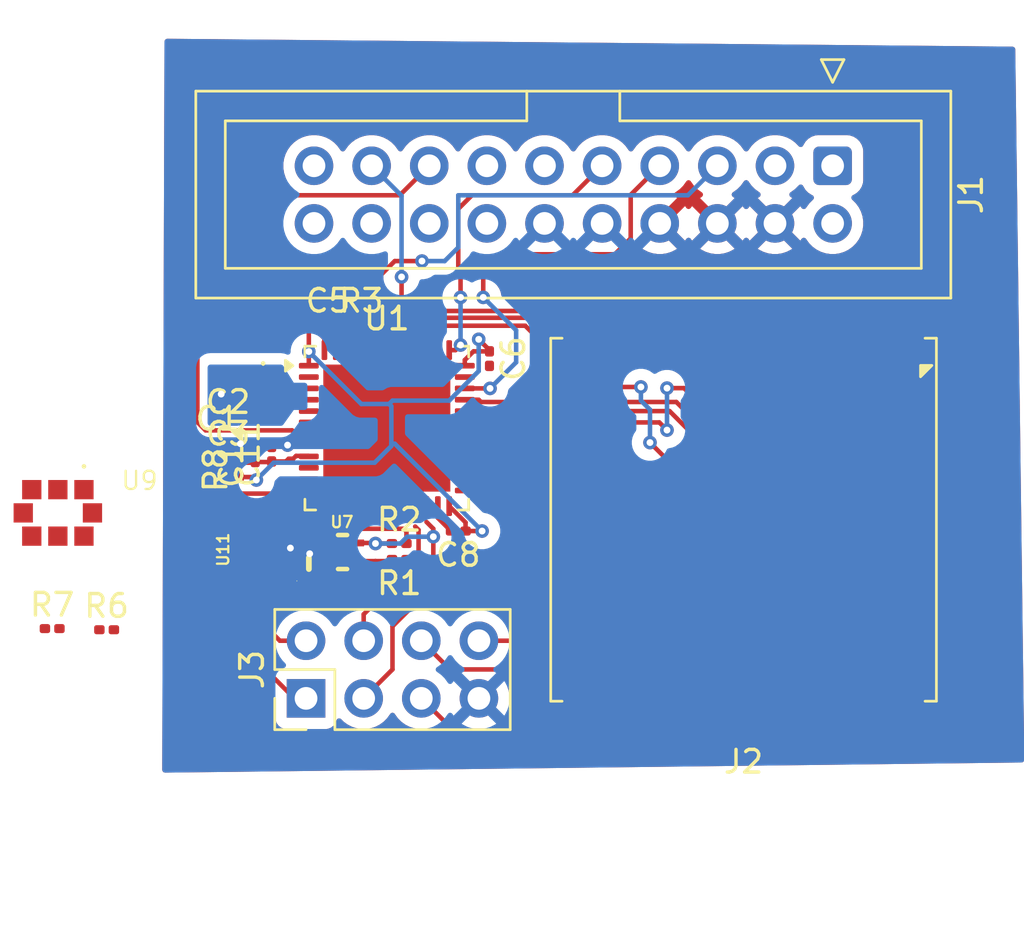
<source format=kicad_pcb>
(kicad_pcb (version 20241229) (generator "pcbnew") (generator_version "9.0")
  (layers (0 "F.Cu" signal) (2 "B.Cu" signal) (13 "F.Paste" user) (15 "B.Paste" user) (5 "F.SilkS" user "F.Silkscreen") (7 "B.SilkS" user "B.Silkscreen") (1 "F.Mask" user) (3 "B.Mask" user) (25 "Edge.Cuts" user))
  (net 0 "")
  (net 1 "GND")
  (net 2 "/RESET")
  (net 3 "Net-(U1-PC14)")
  (net 4 "GND_OSC32k")
  (net 5 "Net-(U1-PC15)")
  (net 6 "+3V3")
  (net 7 "Net-(U1-VDDA)")
  (net 9 "/SWCLK")
  (net 11 "/SWDIO")
  (net 19 "/LORA_RXEN")
  (net 20 "/LORA_BUSY")
  (net 21 "/LORA_IRQ")
  (net 22 "/LORA_DIO2")
  (net 23 "/LORA_DIO3")
  (net 24 "/LORA_ANT")
  (net 25 "/LORA_RST")
  (net 26 "/LORA_NSS")
  (net 27 "/SPI1_MOSI")
  (net 28 "/SPI1_MISO")
  (net 29 "/SPI1_SCK")
  (net 30 "/DISP_DC")
  (net 31 "/DISP_RES")
  (net 32 "/DISP_CS")
  (net 33 "/DISP_BUSY")
  (net 34 "Net-(U1-PH3)")
  (net 35 "/RX")
  (net 40 "/TX")
  (net 48 "/DISP_POWER")
  (net 53 "/I2C1_PWR")
  (net 54 "/I2C1_SCL")
  (net 55 "/I2C1_SDA")
  (net 56 "/I2C2_SCL")
  (net 57 "/I2C2_PWR")
  (net 58 "/I2C2_SDA")
  (footprint "Resistor_SMD:R_0201_0603Metric" (layer "F.Cu") (at 153.45 77.1 90)
    (property "Reference" "R8" (at 0 -1.05 90) (layer "F.SilkS"))
    (property "Value" "R")
    (pad "1" smd roundrect (at -0.32 0 90) (size 0.46 0.4) (layers "F.Cu" "F.Mask") (net 6 "+3V3"))
    (pad "2" smd roundrect (at 0.32 0 90) (size 0.46 0.4) (layers "F.Cu" "F.Mask") (net 7 "Net-(U1-VDDA)"))
  )
  (footprint "Capacitor_SMD:C_0201_0603Metric" (layer "F.Cu") (at 157.355 70.7)
    (property "Reference" "C5" (at 0 -1.05 0) (layer "F.SilkS"))
    (property "Value" "C")
    (pad "1" smd roundrect (at -0.32 0) (size 0.46 0.4) (layers "F.Cu" "F.Mask") (net 6 "+3V3"))
    (pad "2" smd roundrect (at 0.32 0) (size 0.46 0.4) (layers "F.Cu" "F.Mask") (net 1 "GND"))
  )
  (footprint "TVK 10 017:STCC4DR3" (layer "F.Cu") (at 145.45 79 -90)
    (property "Reference" "U9" (at -1.42 -3.6 0) (layer "F.SilkS") (effects (font (size 0.8 0.8) (thickness 0.1))))
    (property "Value" "STCC4-D-R3" (hide yes))
    (fp_line (start -2.1 -1.15) (end -2.1 -1.15) (stroke (width 0.1)) (layer "F.SilkS"))
    (fp_line (start -2 -1.15) (end -2 -1.15) (stroke (width 0.1)) (layer "F.SilkS"))
    (fp_arc (start -2.1 -1.15) (mid -2.05 -1.2) (end -2 -1.15) (stroke (width 0.1)) (layer "F.SilkS"))
    (fp_arc (start -2 -1.15) (mid -2.05 -1.1) (end -2.1 -1.15) (stroke (width 0.1)) (layer "F.SilkS"))
    (pad "1" smd rect (at -1.025 -1.15) (size 0.85 0.85) (layers "F.Cu" "F.Mask" "F.Paste") (net 54 "/I2C1_SCL"))
    (pad "2" smd rect (at -1.025 0) (size 0.85 0.85) (layers "F.Cu" "F.Mask" "F.Paste"))
    (pad "3" smd rect (at -1.025 1.15) (size 0.85 0.85) (layers "F.Cu" "F.Mask" "F.Paste") (net 1 "GND"))
    (pad "4" smd rect (at 0 1.525) (size 0.85 0.85) (layers "F.Cu" "F.Mask" "F.Paste") (net 1 "GND"))
    (pad "5" smd rect (at 1.025 1.15) (size 0.85 0.85) (layers "F.Cu" "F.Mask" "F.Paste") (net 55 "/I2C1_SDA"))
    (pad "6" smd rect (at 1.025 0) (size 0.85 0.85) (layers "F.Cu" "F.Mask" "F.Paste") (net 53 "/I2C1_PWR"))
    (pad "7" smd rect (at 1.025 -1.15) (size 0.85 0.85) (layers "F.Cu" "F.Mask" "F.Paste") (net 53 "/I2C1_PWR"))
    (pad "8" smd rect (at 0 -1.525) (size 0.85 0.85) (layers "F.Cu" "F.Mask" "F.Paste"))
  )
  (footprint "sensative:ECS327CDX2217" (layer "F.Cu") (at 154.5 73.7625 -90)
    (property "Reference" "Y1" (hide yes))
    (property "Value" "32.768kHz" (hide yes))
    (fp_line (start -1.4 0) (end -1.4 0) (stroke (width 0.1)) (layer "F.SilkS"))
    (fp_line (start -1.3 0) (end -1.3 0) (stroke (width 0.1)) (layer "F.SilkS"))
    (fp_arc (start -1.4 0) (mid -1.35 -0.05) (end -1.3 0) (stroke (width 0.1)) (layer "F.SilkS"))
    (fp_arc (start -1.3 0) (mid -1.35 0.05) (end -1.4 0) (stroke (width 0.1)) (layer "F.SilkS"))
    (pad "1" smd rect (at -0.55 0 270) (size 0.7 1.2) (layers "F.Cu" "F.Mask" "F.Paste") (net 3 "Net-(U1-PC14)"))
    (pad "2" smd rect (at 0.55 0 270) (size 0.7 1.2) (layers "F.Cu" "F.Mask" "F.Paste") (net 5 "Net-(U1-PC15)"))
  )
  (footprint "Capacitor_SMD:C_0201_0603Metric" (layer "F.Cu") (at 163.1 79.8 180)
    (property "Reference" "C8" (at 0 -1.05 0) (layer "F.SilkS"))
    (property "Value" "C")
    (pad "1" smd roundrect (at -0.32 0 180) (size 0.46 0.4) (layers "F.Cu" "F.Mask") (net 6 "+3V3"))
    (pad "2" smd roundrect (at 0.32 0 180) (size 0.46 0.4) (layers "F.Cu" "F.Mask") (net 1 "GND"))
  )
  (footprint "sensative:SHT40AD1BR3" (layer "F.Cu") (at 158 80.725 180)
    (property "Reference" "U7" (at 0.03 1.32 0) (layer "F.SilkS") (effects (font (size 0.5 0.5) (thickness 0.1))))
    (property "Value" "SHT41" (hide yes))
    (fp_line (start -0.2 0.75) (end 0.2 0.75) (stroke (width 0.2)) (layer "F.SilkS"))
    (fp_line (start -0.2 -0.75) (end 0.2 -0.75) (stroke (width 0.2)) (layer "F.SilkS"))
    (pad "1" smd rect (at -0.7 -0.4 270) (size 0.3 0.5) (layers "F.Cu" "F.Mask" "F.Paste") (net 56 "/I2C2_SCL"))
    (pad "2" smd rect (at -0.7 0.4 270) (size 0.3 0.5) (layers "F.Cu" "F.Mask" "F.Paste") (net 58 "/I2C2_SDA"))
    (pad "3" smd rect (at 0.7 0.4 270) (size 0.3 0.5) (layers "F.Cu" "F.Mask" "F.Paste") (net 57 "/I2C2_PWR"))
    (pad "4" smd rect (at 0.7 -0.4 270) (size 0.3 0.5) (layers "F.Cu" "F.Mask" "F.Paste") (net 1 "GND"))
    (zone (net 0) (net_name "") (layer "F.Cu") (connect_pads (clearance 0)) (min_thickness 0.254)
      (keepout (tracks not_allowed) (vias not_allowed) (pads not_allowed) (copperpour not_allowed) (footprints allowed))
      (fill (thermal_gap 0.508) (thermal_bridge_width 0.508))
      (polygon (pts (xy 157.55 81.274185) (xy 157.55 80.975) (xy 157.05131 80.97441) (xy 157.05 80.475) (xy 157.55 80.475) (xy 157.55 80.175) (xy 158.45 80.175474) (xy 158.44919 80.475) (xy 158.949169 80.475133) (xy 158.948818 80.975132) (xy 158.45 80.975) (xy 158.448589 81.275078)))
    )
  )
  (footprint "Resistor_SMD:R_0201_0603Metric" (layer "F.Cu") (at 158.82 70.7)
    (property "Reference" "R3" (at 0 -1.05 0) (layer "F.SilkS"))
    (property "Value" "R")
    (pad "1" smd roundrect (at -0.32 0) (size 0.46 0.4) (layers "F.Cu" "F.Mask") (net 1 "GND"))
    (pad "2" smd roundrect (at 0.32 0) (size 0.46 0.4) (layers "F.Cu" "F.Mask") (net 34 "Net-(U1-PH3)"))
  )
  (footprint "Capacitor_SMD:C_0201_0603Metric" (layer "F.Cu") (at 154.875 76.4125 90)
    (property "Reference" "C11" (at 0 -1.05 90) (layer "F.SilkS"))
    (property "Value" "C")
    (pad "1" smd roundrect (at -0.32 0 90) (size 0.46 0.4) (layers "F.Cu" "F.Mask") (net 7 "Net-(U1-VDDA)"))
    (pad "2" smd roundrect (at 0.32 0 90) (size 0.46 0.4) (layers "F.Cu" "F.Mask") (net 1 "GND"))
  )
  (footprint "Resistor_SMD:R_0201_0603Metric" (layer "F.Cu") (at 160.495 80.35)
    (property "Reference" "R2" (at 0 -1.05 0) (layer "F.SilkS"))
    (property "Value" "R")
    (pad "1" smd roundrect (at -0.32 0) (size 0.46 0.4) (layers "F.Cu" "F.Mask") (net 58 "/I2C2_SDA"))
    (pad "2" smd roundrect (at 0.32 0) (size 0.46 0.4) (layers "F.Cu" "F.Mask") (net 57 "/I2C2_PWR"))
  )
  (footprint "Package_DFN_QFN:QFN-48-1EP_7x7mm_P0.5mm_EP5.6x5.6mm" (layer "F.Cu") (at 159.95 75.2625)
    (property "Reference" "U1" (at 0 -4.83 0) (layer "F.SilkS"))
    (property "Value" "STM32L431CCUx")
    (fp_line (start -3.61 -3.61) (end -3.135 -3.61) (stroke (width 0.12)) (layer "F.SilkS"))
    (fp_line (start -3.61 -3.135) (end -3.61 -3.61) (stroke (width 0.12)) (layer "F.SilkS"))
    (fp_line (start -3.61 3.61) (end -3.61 3.135) (stroke (width 0.12)) (layer "F.SilkS"))
    (fp_line (start -3.135 3.61) (end -3.61 3.61) (stroke (width 0.12)) (layer "F.SilkS"))
    (fp_line (start 3.135 -3.61) (end 3.61 -3.61) (stroke (width 0.12)) (layer "F.SilkS"))
    (fp_line (start 3.61 -3.61) (end 3.61 -3.135) (stroke (width 0.12)) (layer "F.SilkS"))
    (fp_line (start 3.61 3.135) (end 3.61 3.61) (stroke (width 0.12)) (layer "F.SilkS"))
    (fp_line (start 3.61 3.61) (end 3.135 3.61) (stroke (width 0.12)) (layer "F.SilkS"))
    (fp_poly (pts (xy -4.14 -2.75) (xy -4.47 -2.51) (xy -4.47 -2.99)) (stroke (width 0.12)) (fill yes) (layer "F.SilkS"))
    (pad "1" smd roundrect (at -3.4375 -2.75) (size 0.875 0.25) (layers "F.Cu" "F.Mask" "F.Paste") (net 6 "+3V3"))
    (pad "2" smd roundrect (at -3.4375 -2.25) (size 0.875 0.25) (layers "F.Cu" "F.Mask" "F.Paste"))
    (pad "3" smd roundrect (at -3.4375 -1.75) (size 0.875 0.25) (layers "F.Cu" "F.Mask" "F.Paste") (net 3 "Net-(U1-PC14)"))
    (pad "4" smd roundrect (at -3.4375 -1.25) (size 0.875 0.25) (layers "F.Cu" "F.Mask" "F.Paste") (net 5 "Net-(U1-PC15)"))
    (pad "5" smd roundrect (at -3.4375 -0.75) (size 0.875 0.25) (layers "F.Cu" "F.Mask" "F.Paste"))
    (pad "6" smd roundrect (at -3.4375 -0.25) (size 0.875 0.25) (layers "F.Cu" "F.Mask" "F.Paste"))
    (pad "7" smd roundrect (at -3.4375 0.25) (size 0.875 0.25) (layers "F.Cu" "F.Mask" "F.Paste") (net 2 "/RESET"))
    (pad "8" smd roundrect (at -3.4375 0.75) (size 0.875 0.25) (layers "F.Cu" "F.Mask" "F.Paste") (net 1 "GND"))
    (pad "9" smd roundrect (at -3.4375 1.25) (size 0.875 0.25) (layers "F.Cu" "F.Mask" "F.Paste") (net 7 "Net-(U1-VDDA)"))
    (pad "10" smd roundrect (at -3.4375 1.75) (size 0.875 0.25) (layers "F.Cu" "F.Mask" "F.Paste"))
    (pad "11" smd roundrect (at -3.4375 2.25) (size 0.875 0.25) (layers "F.Cu" "F.Mask" "F.Paste") (net 33 "/DISP_BUSY"))
    (pad "12" smd roundrect (at -3.4375 2.75) (size 0.875 0.25) (layers "F.Cu" "F.Mask" "F.Paste") (net 31 "/DISP_RES"))
    (pad "13" smd roundrect (at -2.75 3.4375) (size 0.25 0.875) (layers "F.Cu" "F.Mask" "F.Paste"))
    (pad "14" smd roundrect (at -2.25 3.4375) (size 0.25 0.875) (layers "F.Cu" "F.Mask" "F.Paste"))
    (pad "15" smd roundrect (at -1.75 3.4375) (size 0.25 0.875) (layers "F.Cu" "F.Mask" "F.Paste"))
    (pad "16" smd roundrect (at -1.25 3.4375) (size 0.25 0.875) (layers "F.Cu" "F.Mask" "F.Paste"))
    (pad "17" smd roundrect (at -0.75 3.4375) (size 0.25 0.875) (layers "F.Cu" "F.Mask" "F.Paste"))
    (pad "18" smd roundrect (at -0.25 3.4375) (size 0.25 0.875) (layers "F.Cu" "F.Mask" "F.Paste"))
    (pad "19" smd roundrect (at 0.25 3.4375) (size 0.25 0.875) (layers "F.Cu" "F.Mask" "F.Paste"))
    (pad "20" smd roundrect (at 0.75 3.4375) (size 0.25 0.875) (layers "F.Cu" "F.Mask" "F.Paste") (net 57 "/I2C2_PWR"))
    (pad "21" smd roundrect (at 1.25 3.4375) (size 0.25 0.875) (layers "F.Cu" "F.Mask" "F.Paste") (net 56 "/I2C2_SCL"))
    (pad "22" smd roundrect (at 1.75 3.4375) (size 0.25 0.875) (layers "F.Cu" "F.Mask" "F.Paste") (net 58 "/I2C2_SDA"))
    (pad "23" smd roundrect (at 2.25 3.4375) (size 0.25 0.875) (layers "F.Cu" "F.Mask" "F.Paste") (net 1 "GND"))
    (pad "24" smd roundrect (at 2.75 3.4375) (size 0.25 0.875) (layers "F.Cu" "F.Mask" "F.Paste") (net 6 "+3V3"))
    (pad "25" smd roundrect (at 3.4375 2.75) (size 0.875 0.25) (layers "F.Cu" "F.Mask" "F.Paste") (net 53 "/I2C1_PWR"))
    (pad "26" smd roundrect (at 3.4375 2.25) (size 0.875 0.25) (layers "F.Cu" "F.Mask" "F.Paste") (net 32 "/DISP_CS"))
    (pad "27" smd roundrect (at 3.4375 1.75) (size 0.875 0.25) (layers "F.Cu" "F.Mask" "F.Paste") (net 30 "/DISP_DC"))
    (pad "28" smd roundrect (at 3.4375 1.25) (size 0.875 0.25) (layers "F.Cu" "F.Mask" "F.Paste") (net 48 "/DISP_POWER"))
    (pad "29" smd roundrect (at 3.4375 0.75) (size 0.875 0.25) (layers "F.Cu" "F.Mask" "F.Paste") (net 20 "/LORA_BUSY"))
    (pad "30" smd roundrect (at 3.4375 0.25) (size 0.875 0.25) (layers "F.Cu" "F.Mask" "F.Paste") (net 19 "/LORA_RXEN"))
    (pad "31" smd roundrect (at 3.4375 -0.25) (size 0.875 0.25) (layers "F.Cu" "F.Mask" "F.Paste") (net 26 "/LORA_NSS"))
    (pad "32" smd roundrect (at 3.4375 -0.75) (size 0.875 0.25) (layers "F.Cu" "F.Mask" "F.Paste") (net 28 "/SPI1_MISO"))
    (pad "33" smd roundrect (at 3.4375 -1.25) (size 0.875 0.25) (layers "F.Cu" "F.Mask" "F.Paste") (net 27 "/SPI1_MOSI"))
    (pad "34" smd roundrect (at 3.4375 -1.75) (size 0.875 0.25) (layers "F.Cu" "F.Mask" "F.Paste") (net 11 "/SWDIO"))
    (pad "35" smd roundrect (at 3.4375 -2.25) (size 0.875 0.25) (layers "F.Cu" "F.Mask" "F.Paste") (net 1 "GND"))
    (pad "36" smd roundrect (at 3.4375 -2.75) (size 0.875 0.25) (layers "F.Cu" "F.Mask" "F.Paste") (net 6 "+3V3"))
    (pad "37" smd roundrect (at 2.75 -3.4375) (size 0.25 0.875) (layers "F.Cu" "F.Mask" "F.Paste") (net 9 "/SWCLK"))
    (pad "38" smd roundrect (at 2.25 -3.4375) (size 0.25 0.875) (layers "F.Cu" "F.Mask" "F.Paste"))
    (pad "39" smd roundrect (at 1.75 -3.4375) (size 0.25 0.875) (layers "F.Cu" "F.Mask" "F.Paste") (net 29 "/SPI1_SCK"))
    (pad "40" smd roundrect (at 1.25 -3.4375) (size 0.25 0.875) (layers "F.Cu" "F.Mask" "F.Paste") (net 21 "/LORA_IRQ"))
    (pad "41" smd roundrect (at 0.75 -3.4375) (size 0.25 0.875) (layers "F.Cu" "F.Mask" "F.Paste") (net 25 "/LORA_RST"))
    (pad "42" smd roundrect (at 0.25 -3.4375) (size 0.25 0.875) (layers "F.Cu" "F.Mask" "F.Paste") (net 40 "/TX"))
    (pad "43" smd roundrect (at -0.25 -3.4375) (size 0.25 0.875) (layers "F.Cu" "F.Mask" "F.Paste") (net 35 "/RX"))
    (pad "44" smd roundrect (at -0.75 -3.4375) (size 0.25 0.875) (layers "F.Cu" "F.Mask" "F.Paste") (net 34 "Net-(U1-PH3)"))
    (pad "45" smd roundrect (at -1.25 -3.4375) (size 0.25 0.875) (layers "F.Cu" "F.Mask" "F.Paste") (net 54 "/I2C1_SCL"))
    (pad "46" smd roundrect (at -1.75 -3.4375) (size 0.25 0.875) (layers "F.Cu" "F.Mask" "F.Paste") (net 55 "/I2C1_SDA"))
    (pad "47" smd roundrect (at -2.25 -3.4375) (size 0.25 0.875) (layers "F.Cu" "F.Mask" "F.Paste") (net 1 "GND"))
    (pad "48" smd roundrect (at -2.75 -3.4375) (size 0.25 0.875) (layers "F.Cu" "F.Mask" "F.Paste") (net 6 "+3V3"))
    (pad "49" smd rect (at 0 0) (size 5.6 5.6) (property pad_prop_heatsink) (layers "F.Cu" "F.Mask") (net 1 "GND"))
  )
  (footprint "Connector_IDC:IDC-Header_2x10_P2.54mm_Vertical" (layer "F.Cu") (at 179.6 63.7 -90)
    (property "Reference" "J1" (at 1.27 -6.1 90) (layer "F.SilkS"))
    (property "Value" "Conn_02x10_Odd_Even")
    (fp_line (start -3.29 28.07) (end -3.29 -5.21) (stroke (width 0.12)) (layer "F.SilkS"))
    (fp_line (start 5.83 28.07) (end -3.29 28.07) (stroke (width 0.12)) (layer "F.SilkS"))
    (fp_line (start -1.98 26.77) (end -1.98 13.48) (stroke (width 0.12)) (layer "F.SilkS"))
    (fp_line (start 4.52 26.77) (end -1.98 26.77) (stroke (width 0.12)) (layer "F.SilkS"))
    (fp_line (start -1.98 13.48) (end -3.29 13.48) (stroke (width 0.12)) (layer "F.SilkS"))
    (fp_line (start -3.29 9.38) (end -1.98 9.38) (stroke (width 0.12)) (layer "F.SilkS"))
    (fp_line (start -1.98 9.38) (end -1.98 -3.91) (stroke (width 0.12)) (layer "F.SilkS"))
    (fp_line (start -4.68 0.5) (end -3.68 0) (stroke (width 0.12)) (layer "F.SilkS"))
    (fp_line (start -3.68 0) (end -4.68 -0.5) (stroke (width 0.12)) (layer "F.SilkS"))
    (fp_line (start -4.68 -0.5) (end -4.68 0.5) (stroke (width 0.12)) (layer "F.SilkS"))
    (fp_line (start -1.98 -3.91) (end 4.52 -3.91) (stroke (width 0.12)) (layer "F.SilkS"))
    (fp_line (start 4.52 -3.91) (end 4.52 26.77) (stroke (width 0.12)) (layer "F.SilkS"))
    (fp_line (start -3.29 -5.21) (end 5.83 -5.21) (stroke (width 0.12)) (layer "F.SilkS"))
    (fp_line (start 5.83 -5.21) (end 5.83 28.07) (stroke (width 0.12)) (layer "F.SilkS"))
    (pad "1" thru_hole roundrect (at 0 0 270) (size 1.7 1.7) (drill 1) (layers "*.Cu" "*.Mask") (roundrect_rratio 0.147059) (net 6 "+3V3"))
    (pad "2" thru_hole circle (at 2.54 0 270) (size 1.7 1.7) (drill 1) (layers "*.Cu" "*.Mask"))
    (pad "3" thru_hole circle (at 0 2.54 270) (size 1.7 1.7) (drill 1) (layers "*.Cu" "*.Mask"))
    (pad "4" thru_hole circle (at 2.54 2.54 270) (size 1.7 1.7) (drill 1) (layers "*.Cu" "*.Mask") (net 1 "GND"))
    (pad "5" thru_hole circle (at 0 5.08 270) (size 1.7 1.7) (drill 1) (layers "*.Cu" "*.Mask") (net 35 "/RX"))
    (pad "6" thru_hole circle (at 2.54 5.08 270) (size 1.7 1.7) (drill 1) (layers "*.Cu" "*.Mask") (net 1 "GND"))
    (pad "7" thru_hole circle (at 0 7.62 270) (size 1.7 1.7) (drill 1) (layers "*.Cu" "*.Mask") (net 11 "/SWDIO"))
    (pad "8" thru_hole circle (at 2.54 7.62 270) (size 1.7 1.7) (drill 1) (layers "*.Cu" "*.Mask") (net 1 "GND"))
    (pad "9" thru_hole circle (at 0 10.16 270) (size 1.7 1.7) (drill 1) (layers "*.Cu" "*.Mask") (net 9 "/SWCLK"))
    (pad "10" thru_hole circle (at 2.54 10.16 270) (size 1.7 1.7) (drill 1) (layers "*.Cu" "*.Mask") (net 1 "GND"))
    (pad "11" thru_hole circle (at 0 12.7 270) (size 1.7 1.7) (drill 1) (layers "*.Cu" "*.Mask"))
    (pad "12" thru_hole circle (at 2.54 12.7 270) (size 1.7 1.7) (drill 1) (layers "*.Cu" "*.Mask") (net 1 "GND"))
    (pad "13" thru_hole circle (at 0 15.24 270) (size 1.7 1.7) (drill 1) (layers "*.Cu" "*.Mask"))
    (pad "14" thru_hole circle (at 2.54 15.24 270) (size 1.7 1.7) (drill 1) (layers "*.Cu" "*.Mask"))
    (pad "15" thru_hole circle (at 0 17.78 270) (size 1.7 1.7) (drill 1) (layers "*.Cu" "*.Mask") (net 2 "/RESET"))
    (pad "16" thru_hole circle (at 2.54 17.78 270) (size 1.7 1.7) (drill 1) (layers "*.Cu" "*.Mask"))
    (pad "17" thru_hole circle (at 0 20.32 270) (size 1.7 1.7) (drill 1) (layers "*.Cu" "*.Mask") (net 40 "/TX"))
    (pad "18" thru_hole circle (at 2.54 20.32 270) (size 1.7 1.7) (drill 1) (layers "*.Cu" "*.Mask"))
    (pad "19" thru_hole circle (at 0 22.86 270) (size 1.7 1.7) (drill 1) (layers "*.Cu" "*.Mask"))
    (pad "20" thru_hole circle (at 2.54 22.86 270) (size 1.7 1.7) (drill 1) (layers "*.Cu" "*.Mask"))
  )
  (footprint "TVK 10 017:DPS310XTSA1" (layer "F.Cu") (at 154.975 80.575)
    (property "Reference" "U11" (at -2.24 0.046 90) (layer "F.SilkS") (effects (font (size 0.5 0.5) (thickness 0.1))))
    (property "Value" "DPS310XTSA1" (hide yes))
    (fp_line (start 1.001 1.424) (end 1.001 1.424) (stroke (width 0.016)) (layer "F.SilkS"))
    (fp_line (start 1.017 1.424) (end 1.017 1.424) (stroke (width 0.016)) (layer "F.SilkS"))
    (fp_line (start 1.54 0.4) (end 1.54 0.9) (stroke (width 0.254)) (layer "F.SilkS"))
    (fp_arc (start 1.001 1.424) (mid 1.009 1.416) (end 1.017 1.424) (stroke (width 0.016)) (layer "F.SilkS"))
    (fp_arc (start 1.017 1.424) (mid 1.009 1.432) (end 1.001 1.424) (stroke (width 0.016)) (layer "F.SilkS"))
    (pad "1" smd rect (at 0.975 0.725 90) (size 0.35 0.35) (layers "F.Cu" "F.Mask" "F.Paste") (net 1 "GND"))
    (pad "2" smd rect (at 0.325 0.725 90) (size 0.35 0.35) (layers "F.Cu" "F.Mask" "F.Paste"))
    (pad "3" smd rect (at -0.325 0.725 90) (size 0.35 0.35) (layers "F.Cu" "F.Mask" "F.Paste") (net 56 "/I2C2_SCL"))
    (pad "4" smd rect (at -0.975 0.725 90) (size 0.35 0.35) (layers "F.Cu" "F.Mask" "F.Paste") (net 58 "/I2C2_SDA"))
    (pad "5" smd rect (at -0.975 -0.725 90) (size 0.35 0.35) (layers "F.Cu" "F.Mask" "F.Paste"))
    (pad "6" smd rect (at -0.325 -0.725 90) (size 0.35 0.35) (layers "F.Cu" "F.Mask" "F.Paste") (net 57 "/I2C2_PWR"))
    (pad "7" smd rect (at 0.325 -0.725 90) (size 0.35 0.35) (layers "F.Cu" "F.Mask" "F.Paste") (net 1 "GND"))
    (pad "8" smd rect (at 0.975 -0.725 90) (size 0.35 0.35) (layers "F.Cu" "F.Mask" "F.Paste") (net 57 "/I2C2_PWR"))
  )
  (footprint "Resistor_SMD:R_0201_0603Metric" (layer "F.Cu") (at 145.2 84.1)
    (property "Reference" "R7" (at 0 -1.05 0) (layer "F.SilkS"))
    (property "Value" "R")
    (pad "1" smd roundrect (at -0.32 0) (size 0.46 0.4) (layers "F.Cu" "F.Mask") (net 55 "/I2C1_SDA"))
    (pad "2" smd roundrect (at 0.32 0) (size 0.46 0.4) (layers "F.Cu" "F.Mask") (net 53 "/I2C1_PWR"))
  )
  (footprint "Capacitor_SMD:C_0201_0603Metric" (layer "F.Cu") (at 164.475 72.2 -90)
    (property "Reference" "C6" (at 0 -1.05 90) (layer "F.SilkS"))
    (property "Value" "C")
    (pad "1" smd roundrect (at -0.32 0 270) (size 0.46 0.4) (layers "F.Cu" "F.Mask") (net 6 "+3V3"))
    (pad "2" smd roundrect (at 0.32 0 270) (size 0.46 0.4) (layers "F.Cu" "F.Mask") (net 1 "GND"))
  )
  (footprint "Resistor_SMD:R_0201_0603Metric" (layer "F.Cu") (at 147.6 84.15)
    (property "Reference" "R6" (at 0 -1.05 0) (layer "F.SilkS"))
    (property "Value" "R")
    (pad "1" smd roundrect (at -0.32 0) (size 0.46 0.4) (layers "F.Cu" "F.Mask") (net 53 "/I2C1_PWR"))
    (pad "2" smd roundrect (at 0.32 0) (size 0.46 0.4) (layers "F.Cu" "F.Mask") (net 54 "/I2C1_SCL"))
  )
  (footprint "RF_Module:Heltec_HT-CT62" (layer "F.Cu") (at 175.675 79.3 180)
    (property "Reference" "J2" (at 0 -10.668 0) (layer "F.SilkS"))
    (property "Value" "HT-RA62")
    (fp_line (start 8.5 8) (end 8 8) (stroke (width 0.12)) (layer "F.SilkS"))
    (fp_line (start 8.5 -8) (end 8.5 8) (stroke (width 0.12)) (layer "F.SilkS"))
    (fp_line (start 8 -8) (end 8.5 -8) (stroke (width 0.12)) (layer "F.SilkS"))
    (fp_line (start -8 -8) (end -8.5 -8) (stroke (width 0.12)) (layer "F.SilkS"))
    (fp_line (start -8.5 8) (end -8 8) (stroke (width 0.12)) (layer "F.SilkS"))
    (fp_line (start -8.5 -8) (end -8.5 8) (stroke (width 0.12)) (layer "F.SilkS"))
    (fp_poly (pts (xy -7.8 6.8) (xy -8.3 6.8) (xy -7.8 6.3) (xy -7.8 6.8)) (stroke (width 0.12)) (fill yes) (layer "F.SilkS"))
    (pad "1" smd roundrect (at -7 8 180) (size 1 1.5) (layers "F.Cu" "F.Mask" "F.Paste") (net 24 "/LORA_ANT"))
    (pad "2" smd roundrect (at -5 8 180) (size 1 1.5) (layers "F.Cu" "F.Mask" "F.Paste") (net 1 "GND"))
    (pad "3" smd roundrect (at -3 8 180) (size 1 1.5) (layers "F.Cu" "F.Mask" "F.Paste") (net 6 "+3V3"))
    (pad "4" smd roundrect (at -1 8 180) (size 1 1.5) (layers "F.Cu" "F.Mask" "F.Paste") (net 25 "/LORA_RST"))
    (pad "5" smd roundrect (at 1 8 180) (size 1 1.5) (layers "F.Cu" "F.Mask" "F.Paste") (net 22 "/LORA_DIO2"))
    (pad "6" smd roundrect (at 3 8 180) (size 1 1.5) (layers "F.Cu" "F.Mask" "F.Paste") (net 21 "/LORA_IRQ"))
    (pad "7" smd roundrect (at 5 8 180) (size 1 1.5) (layers "F.Cu" "F.Mask" "F.Paste") (net 22 "/LORA_DIO2"))
    (pad "8" smd roundrect (at 7 8 180) (size 1 1.5) (layers "F.Cu" "F.Mask" "F.Paste") (net 23 "/LORA_DIO3"))
    (pad "9" smd roundrect (at 7 -8 180) (size 1 1.5) (layers "F.Cu" "F.Mask" "F.Paste") (net 1 "GND"))
    (pad "10" smd roundrect (at 5 -8 180) (size 1 1.5) (layers "F.Cu" "F.Mask" "F.Paste") (net 20 "/LORA_BUSY"))
    (pad "11" smd roundrect (at 3 -8 180) (size 1 1.5) (layers "F.Cu" "F.Mask" "F.Paste") (net 19 "/LORA_RXEN"))
    (pad "12" smd roundrect (at 1 -8 180) (size 1 1.5) (layers "F.Cu" "F.Mask" "F.Paste") (net 29 "/SPI1_SCK"))
    (pad "13" smd roundrect (at -1 -8 180) (size 1 1.5) (layers "F.Cu" "F.Mask" "F.Paste") (net 28 "/SPI1_MISO"))
    (pad "14" smd roundrect (at -3 -8 180) (size 1 1.5) (layers "F.Cu" "F.Mask" "F.Paste") (net 27 "/SPI1_MOSI"))
    (pad "15" smd roundrect (at -5 -8 180) (size 1 1.5) (layers "F.Cu" "F.Mask" "F.Paste") (net 26 "/LORA_NSS"))
    (pad "16" smd roundrect (at -7 -8 180) (size 1 1.5) (layers "F.Cu" "F.Mask" "F.Paste") (net 1 "GND"))
  )
  (footprint "Capacitor_SMD:C_0201_0603Metric" (layer "F.Cu") (at 152.5 75.9)
    (property "Reference" "C1" (at 0 -1.05 0) (layer "F.SilkS"))
    (property "Value" "C")
    (pad "1" smd roundrect (at -0.32 0) (size 0.46 0.4) (layers "F.Cu" "F.Mask") (net 2 "/RESET"))
    (pad "2" smd roundrect (at 0.32 0) (size 0.46 0.4) (layers "F.Cu" "F.Mask") (net 1 "GND"))
  )
  (footprint "Capacitor_SMD:C_0201_0603Metric" (layer "F.Cu") (at 152.95 74.4625 180)
    (property "Reference" "C3" (at 0 -1.05 0) (layer "F.SilkS"))
    (property "Value" "15pF")
    (pad "1" smd roundrect (at -0.32 0 180) (size 0.46 0.4) (layers "F.Cu" "F.Mask") (net 5 "Net-(U1-PC15)"))
    (pad "2" smd roundrect (at 0.32 0 180) (size 0.46 0.4) (layers "F.Cu" "F.Mask") (net 4 "GND_OSC32k"))
  )
  (footprint "Capacitor_SMD:C_0201_0603Metric" (layer "F.Cu") (at 154.15 76.4375 90)
    (property "Reference" "C12" (at 0 -1.05 90) (layer "F.SilkS"))
    (property "Value" "C")
    (pad "1" smd roundrect (at -0.32 0 90) (size 0.46 0.4) (layers "F.Cu" "F.Mask") (net 7 "Net-(U1-VDDA)"))
    (pad "2" smd roundrect (at 0.32 0 90) (size 0.46 0.4) (layers "F.Cu" "F.Mask") (net 1 "GND"))
  )
  (footprint "Connector_PinHeader_2.54mm:PinHeader_2x04_P2.54mm_Vertical" (layer "F.Cu") (at 156.39 87.175 90)
    (property "Reference" "J3" (at 1.27 -2.38 90) (layer "F.SilkS"))
    (property "Value" "WeAct Epaper.Module 2.9 Inch")
    (fp_line (start 3.92 -1.38) (end 3.92 9) (stroke (width 0.12)) (layer "F.SilkS"))
    (fp_line (start 1.27 -1.38) (end 3.92 -1.38) (stroke (width 0.12)) (layer "F.SilkS"))
    (fp_line (start -1.38 -1.38) (end 0 -1.38) (stroke (width 0.12)) (layer "F.SilkS"))
    (fp_line (start -1.38 0) (end -1.38 -1.38) (stroke (width 0.12)) (layer "F.SilkS"))
    (fp_line (start 1.27 1.27) (end 1.27 -1.38) (stroke (width 0.12)) (layer "F.SilkS"))
    (fp_line (start -1.38 1.27) (end 1.27 1.27) (stroke (width 0.12)) (layer "F.SilkS"))
    (fp_line (start -1.38 1.27) (end -1.38 9) (stroke (width 0.12)) (layer "F.SilkS"))
    (fp_line (start -1.38 9) (end 3.92 9) (stroke (width 0.12)) (layer "F.SilkS"))
    (pad "1" thru_hole rect (at 0 0 90) (size 1.7 1.7) (drill 1) (layers "*.Cu" "*.Mask") (net 33 "/DISP_BUSY"))
    (pad "2" thru_hole circle (at 2.54 0 90) (size 1.7 1.7) (drill 1) (layers "*.Cu" "*.Mask") (net 31 "/DISP_RES"))
    (pad "3" thru_hole circle (at 0 2.54 90) (size 1.7 1.7) (drill 1) (layers "*.Cu" "*.Mask") (net 30 "/DISP_DC"))
    (pad "4" thru_hole circle (at 2.54 2.54 90) (size 1.7 1.7) (drill 1) (layers "*.Cu" "*.Mask") (net 32 "/DISP_CS"))
    (pad "5" thru_hole circle (at 0 5.08 90) (size 1.7 1.7) (drill 1) (layers "*.Cu" "*.Mask") (net 29 "/SPI1_SCK"))
    (pad "6" thru_hole circle (at 2.54 5.08 90) (size 1.7 1.7) (drill 1) (layers "*.Cu" "*.Mask") (net 27 "/SPI1_MOSI"))
    (pad "7" thru_hole circle (at 0 7.62 90) (size 1.7 1.7) (drill 1) (layers "*.Cu" "*.Mask") (net 1 "GND"))
    (pad "8" thru_hole circle (at 2.54 7.62 90) (size 1.7 1.7) (drill 1) (layers "*.Cu" "*.Mask") (net 48 "/DISP_POWER"))
  )
  (footprint "Capacitor_SMD:C_0201_0603Metric" (layer "F.Cu") (at 152.95 73.0625 180)
    (property "Reference" "C2" (at 0 -1.05 0) (layer "F.SilkS"))
    (property "Value" "15pF")
    (pad "1" smd roundrect (at -0.32 0 180) (size 0.46 0.4) (layers "F.Cu" "F.Mask") (net 3 "Net-(U1-PC14)"))
    (pad "2" smd roundrect (at 0.32 0 180) (size 0.46 0.4) (layers "F.Cu" "F.Mask") (net 4 "GND_OSC32k"))
  )
  (footprint "Resistor_SMD:R_0201_0603Metric" (layer "F.Cu") (at 160.5 81.05 180)
    (property "Reference" "R1" (at 0 -1.05 0) (layer "F.SilkS"))
    (property "Value" "R")
    (pad "1" smd roundrect (at -0.32 0 180) (size 0.46 0.4) (layers "F.Cu" "F.Mask") (net 57 "/I2C2_PWR"))
    (pad "2" smd roundrect (at 0.32 0 180) (size 0.46 0.4) (layers "F.Cu" "F.Mask") (net 56 "/I2C2_SCL"))
  )
  (segment (start 157.7 71.825) (end 157.7 70.725) (width 0.2) (layer "F.Cu") (net 1))
  (segment (start 154.955 76.0125) (end 154.875 76.0925) (width 0.2) (layer "F.Cu") (net 1))
  (segment (start 155.95 80.8) (end 155.7 80.55) (width 0.2) (layer "F.Cu") (net 1))
  (segment (start 162.2 78.7) (end 162.2 79.22) (width 0.2) (layer "F.Cu") (net 1))
  (segment (start 154.875 76.0925) (end 154.175 76.0925) (width 0.2) (layer "F.Cu") (net 1))
  (segment (start 155.3 80.15) (end 155.3 79.85) (width 0.2) (layer "F.Cu") (net 1))
  (segment (start 155.575 76.0125) (end 156.5125 76.0125) (width 0.2) (layer "F.Cu") (net 1))
  (segment (start 155.95 81.3) (end 155.95 80.8) (width 0.2) (layer "F.Cu") (net 1))
  (segment (start 154.175 76.0925) (end 154.15 76.1175) (width 0.2) (layer "F.Cu") (net 1))
  (segment (start 157.7 70.725) (end 157.675 70.7) (width 0.2) (layer "F.Cu") (net 1))
  (segment (start 155.7 80.55) (end 155.3 80.15) (width 0.2) (layer "F.Cu") (net 1))
  (segment (start 155.575 76.0125) (end 154.955 76.0125) (width 0.2) (layer "F.Cu") (net 1))
  (segment (start 162.2 79.22) (end 162.78 79.8) (width 0.2) (layer "F.Cu") (net 1))
  (segment (start 157.3 81.125) (end 156.875 81.125) (width 0.2) (layer "F.Cu") (net 1))
  (segment (start 156.875 81.125) (end 156.55 80.8) (width 0.2) (layer "F.Cu") (net 1))
  (via (at 155.7 80.55) (size 0.6) (drill 0.3) (layers "F.Cu" "B.Cu") (net 1))
  (via (at 155.575 76.0125) (size 0.6) (drill 0.3) (layers "F.Cu" "B.Cu") (net 1))
  (via (at 156.55 80.8) (size 0.6) (drill 0.3) (layers "F.Cu" "B.Cu") (net 1))
  (via (at 153.5 75.95) (size 0.6) (drill 0.3) (layers "F.Cu" "B.Cu") (net 1))
  (segment (start 151.9625 75.3625) (end 151.6 75) (width 0.2) (layer "F.Cu") (net 2))
  (segment (start 156.5125 75.5125) (end 155.925 75.5125) (width 0.2) (layer "F.Cu") (net 2))
  (segment (start 153.3 65) (end 160.52 65) (width 0.2) (layer "F.Cu") (net 2))
  (segment (start 151.6 75) (end 151.6 66.7) (width 0.2) (layer "F.Cu") (net 2))
  (segment (start 155.925 75.5125) (end 155.775 75.3625) (width 0.2) (layer "F.Cu") (net 2))
  (segment (start 160.52 65) (end 161.82 63.7) (width 0.2) (layer "F.Cu") (net 2))
  (segment (start 155.775 75.3625) (end 151.9625 75.3625) (width 0.2) (layer "F.Cu") (net 2))
  (segment (start 151.6 66.7) (end 153.3 65) (width 0.2) (layer "F.Cu") (net 2))
  (segment (start 153.27 73.0625) (end 153.65 73.0625) (width 0.2) (layer "F.Cu") (net 3))
  (segment (start 156.5125 73.5125) (end 155.6 73.5125) (width 0.2) (layer "F.Cu") (net 3))
  (segment (start 153.8 73.2125) (end 153.65 73.0625) (width 0.2) (layer "F.Cu") (net 3))
  (segment (start 155.6 73.5125) (end 155.3 73.2125) (width 0.2) (layer "F.Cu") (net 3))
  (segment (start 155.3 73.2125) (end 154.5 73.2125) (width 0.2) (layer "F.Cu") (net 3))
  (segment (start 154.5 73.2125) (end 153.8 73.2125) (width 0.2) (layer "F.Cu") (net 3))
  (segment (start 152.63 73.7425) (end 152.65 73.7625) (width 0.2) (layer "F.Cu") (net 4))
  (segment (start 152.63 73.0625) (end 152.63 73.7425) (width 0.2) (layer "F.Cu") (net 4))
  (segment (start 152.63 73.7825) (end 152.65 73.7625) (width 0.2) (layer "F.Cu") (net 4))
  (segment (start 152.63 74.4625) (end 152.63 73.7825) (width 0.2) (layer "F.Cu") (net 4))
  (via (at 152.65 73.7625) (size 0.6) (drill 0.3) (layers "F.Cu" "B.Cu") (net 4))
  (segment (start 153.8 74.3125) (end 154.5 74.3125) (width 0.2) (layer "F.Cu") (net 5))
  (segment (start 156.5125 74.0125) (end 155.6 74.0125) (width 0.2) (layer "F.Cu") (net 5))
  (segment (start 155.6 74.0125) (end 155.3 74.3125) (width 0.2) (layer "F.Cu") (net 5))
  (segment (start 153.27 74.4625) (end 153.65 74.4625) (width 0.2) (layer "F.Cu") (net 5))
  (segment (start 155.3 74.3125) (end 154.5 74.3125) (width 0.2) (layer "F.Cu") (net 5))
  (segment (start 153.65 74.4625) (end 153.8 74.3125) (width 0.2) (layer "F.Cu") (net 5))
  (segment (start 157.2 71.825) (end 157.2 71.3125) (width 0.2) (layer "F.Cu") (net 6))
  (segment (start 156.575 71.825) (end 156.5125 71.8875) (width 0.2) (layer "F.Cu") (net 6))
  (segment (start 162.7 78.7) (end 163.42 79.42) (width 0.2) (layer "F.Cu") (net 6))
  (segment (start 164.475 71.825) (end 164 71.35) (width 0.2) (layer "F.Cu") (net 6))
  (segment (start 163.77 71.88) (end 164.475 71.88) (width 0.2) (layer "F.Cu") (net 6))
  (segment (start 156.6 70.7) (end 157.035 70.7) (width 0.2) (layer "F.Cu") (net 6))
  (segment (start 163.42 79.42) (end 163.42 79.8) (width 0.2) (layer "F.Cu") (net 6))
  (segment (start 163.3875 72.5125) (end 163.3875 72.2625) (width 0.2) (layer "F.Cu") (net 6))
  (segment (start 156.5125 70.7875) (end 156.6 70.7) (width 0.2) (layer "F.Cu") (net 6))
  (segment (start 163.42 79.8) (end 164.15 79.8) (width 0.2) (layer "F.Cu") (net 6))
  (segment (start 153.45 77.42) (end 154.07 77.42) (width 0.2) (layer "F.Cu") (net 6))
  (segment (start 156.5125 71.8875) (end 156.5125 70.7875) (width 0.2) (layer "F.Cu") (net 6))
  (segment (start 163.3875 72.2625) (end 163.77 71.88) (width 0.2) (layer "F.Cu") (net 6))
  (segment (start 164.475 71.88) (end 164.475 71.825) (width 0.2) (layer "F.Cu") (net 6))
  (segment (start 157.2 71.3125) (end 157.035 71.1475) (width 0.2) (layer "F.Cu") (net 6))
  (segment (start 154.07 77.42) (end 154.2 77.55) (width 0.2) (layer "F.Cu") (net 6))
  (segment (start 156.5125 71.8875) (end 156.5125 72.5125) (width 0.2) (layer "F.Cu") (net 6))
  (segment (start 157.035 71.1475) (end 157.035 70.7) (width 0.2) (layer "F.Cu") (net 6))
  (via (at 154.2 77.55) (size 0.6) (drill 0.3) (layers "F.Cu" "B.Cu") (net 6))
  (via (at 164 71.35) (size 0.6) (drill 0.3) (layers "F.Cu" "B.Cu") (net 6))
  (via (at 156.5125 71.8875) (size 0.6) (drill 0.3) (layers "F.Cu" "B.Cu") (net 6))
  (via (at 164.15 79.8) (size 0.6) (drill 0.3) (layers "F.Cu" "B.Cu") (net 6))
  (segment (start 160.15 75.95) (end 160.15 74.3) (width 0.2) (layer "B.Cu") (net 6))
  (segment (start 154.2 77.55) (end 154.9625 76.7875) (width 0.2) (layer "B.Cu") (net 6))
  (segment (start 160.2 74.05) (end 160.05 74.2) (width 0.2) (layer "B.Cu") (net 6))
  (segment (start 160.3 75.95) (end 160.15 75.95) (width 0.2) (layer "B.Cu") (net 6))
  (segment (start 160.15 74.3) (end 160.05 74.2) (width 0.2) (layer "B.Cu") (net 6))
  (segment (start 162.7 74.05) (end 160.2 74.05) (width 0.2) (layer "B.Cu") (net 6))
  (segment (start 164.15 79.8) (end 160.3 75.95) (width 0.2) (layer "B.Cu") (net 6))
  (segment (start 159.4125 76.7875) (end 160.15 76.05) (width 0.2) (layer "B.Cu") (net 6))
  (segment (start 154.9625 76.7875) (end 159.4125 76.7875) (width 0.2) (layer "B.Cu") (net 6))
  (segment (start 164 71.35) (end 164 72.75) (width 0.2) (layer "B.Cu") (net 6))
  (segment (start 156.5125 71.8875) (end 158.825 74.2) (width 0.2) (layer "B.Cu") (net 6))
  (segment (start 158.825 74.2) (end 160.05 74.2) (width 0.2) (layer "B.Cu") (net 6))
  (segment (start 164 72.75) (end 162.7 74.05) (width 0.2) (layer "B.Cu") (net 6))
  (segment (start 160.15 76.05) (end 160.15 75.95) (width 0.2) (layer "B.Cu") (net 6))
  (segment (start 155.625 76.6125) (end 155.825 76.6125) (width 0.2) (layer "F.Cu") (net 7))
  (segment (start 156.4875 76.4875) (end 156.5125 76.5125) (width 0.2) (layer "F.Cu") (net 7))
  (segment (start 155.505 76.7325) (end 155.625 76.6125) (width 0.2) (layer "F.Cu") (net 7))
  (segment (start 154.12 76.7875) (end 154.15 76.7575) (width 0.2) (layer "F.Cu") (net 7))
  (segment (start 154.875 76.7325) (end 155.505 76.7325) (width 0.2) (layer "F.Cu") (net 7))
  (segment (start 153.42 76.7875) (end 154.12 76.7875) (width 0.2) (layer "F.Cu") (net 7))
  (segment (start 155.95 76.4875) (end 156.4875 76.4875) (width 0.2) (layer "F.Cu") (net 7))
  (segment (start 154.85 76.7575) (end 154.875 76.7325) (width 0.2) (layer "F.Cu") (net 7))
  (segment (start 154.15 76.7575) (end 154.85 76.7575) (width 0.2) (layer "F.Cu") (net 7))
  (segment (start 155.825 76.6125) (end 155.95 76.4875) (width 0.2) (layer "F.Cu") (net 7))
  (segment (start 162.975 71.825) (end 163.2 71.6) (width 0.2) (layer "F.Cu") (net 9))
  (segment (start 168.14 65) (end 169.44 63.7) (width 0.2) (layer "F.Cu") (net 9))
  (segment (start 162.7 71.825) (end 162.975 71.825) (width 0.2) (layer "F.Cu") (net 9))
  (segment (start 163.1 65.6) (end 163.7 65) (width 0.2) (layer "F.Cu") (net 9))
  (segment (start 163.7 65) (end 168.14 65) (width 0.2) (layer "F.Cu") (net 9))
  (segment (start 163.1 68.5) (end 163.1 65.6) (width 0.2) (layer "F.Cu") (net 9))
  (segment (start 163.2 68.6) (end 163.1 68.5) (width 0.2) (layer "F.Cu") (net 9))
  (segment (start 163.2 69.5) (end 163.2 68.6) (width 0.2) (layer "F.Cu") (net 9))
  (via (at 163.2 69.5) (size 0.6) (drill 0.3) (layers "F.Cu" "B.Cu") (net 9))
  (via (at 163.2 71.6) (size 0.6) (drill 0.3) (layers "F.Cu" "B.Cu") (net 9))
  (segment (start 163.2 71.6) (end 163.2 69.5) (width 0.2) (layer "B.Cu") (net 9))
  (segment (start 165 67.6) (end 170 67.6) (width 0.2) (layer "F.Cu") (net 11))
  (segment (start 170.7 66.9) (end 170.7 64.98) (width 0.2) (layer "F.Cu") (net 11))
  (segment (start 164.5 73.5125) (end 163.3875 73.5125) (width 0.2) (layer "F.Cu") (net 11))
  (segment (start 164.2 68.4) (end 165 67.6) (width 0.2) (layer "F.Cu") (net 11))
  (segment (start 164.2 69.5) (end 164.2 68.4) (width 0.2) (layer "F.Cu") (net 11))
  (segment (start 170 67.6) (end 170.7 66.9) (width 0.2) (layer "F.Cu") (net 11))
  (segment (start 170.7 64.98) (end 171.98 63.7) (width 0.2) (layer "F.Cu") (net 11))
  (via (at 164.5 73.5125) (size 0.6) (drill 0.3) (layers "F.Cu" "B.Cu") (net 11))
  (via (at 164.2 69.5) (size 0.6) (drill 0.3) (layers "F.Cu" "B.Cu") (net 11))
  (segment (start 165.65 72.3625) (end 164.5 73.5125) (width 0.2) (layer "B.Cu") (net 11))
  (segment (start 164.2 69.5) (end 165.65 70.95) (width 0.2) (layer "B.Cu") (net 11))
  (segment (start 165.65 70.95) (end 165.65 72.3625) (width 0.2) (layer "B.Cu") (net 11))
  (segment (start 163.3875 75.5125) (end 169.8125 75.5125) (width 0.2) (layer "F.Cu") (net 19))
  (segment (start 169.8125 75.5125) (end 172 77.7) (width 0.2) (layer "F.Cu") (net 19))
  (segment (start 169.2125 76.0125) (end 170.6 77.4) (width 0.2) (layer "F.Cu") (net 20))
  (segment (start 163.3875 76.0125) (end 169.2125 76.0125) (width 0.2) (layer "F.Cu") (net 20))
  (segment (start 161.2 71) (end 161.8 70.4) (width 0.2) (layer "F.Cu") (net 21))
  (segment (start 167.2 70.1) (end 171.3 70.1) (width 0.2) (layer "F.Cu") (net 21))
  (segment (start 166.9 70.4) (end 167.2 70.1) (width 0.2) (layer "F.Cu") (net 21))
  (segment (start 161.8 70.4) (end 166.9 70.4) (width 0.2) (layer "F.Cu") (net 21))
  (segment (start 161.2 71.825) (end 161.2 71) (width 0.2) (layer "F.Cu") (net 21))
  (segment (start 161.534314 70.1) (end 166.4 70.1) (width 0.2) (layer "F.Cu") (net 25))
  (segment (start 166.4 70.1) (end 166.8 69.7) (width 0.2) (layer "F.Cu") (net 25))
  (segment (start 160.7 71.825) (end 160.7 70.934314) (width 0.2) (layer "F.Cu") (net 25))
  (segment (start 166.8 69.7) (end 171.2 69.7) (width 0.2) (layer "F.Cu") (net 25))
  (segment (start 160.7 70.934314) (end 161.534314 70.1) (width 0.2) (layer "F.Cu") (net 25))
  (segment (start 171.9625 75.0125) (end 172.3 75.35) (width 0.2) (layer "F.Cu") (net 26))
  (segment (start 172.3 75.35) (end 172.1125 75.1625) (width 0.2) (layer "F.Cu") (net 26))
  (segment (start 173.05 73.5) (end 180.6 81.05) (width 0.2) (layer "F.Cu") (net 26))
  (segment (start 163.3875 75.0125) (end 171.9625 75.0125) (width 0.2) (layer "F.Cu") (net 26))
  (segment (start 172.3 73.5) (end 173.05 73.5) (width 0.2) (layer "F.Cu") (net 26))
  (via (at 172.3 75.35) (size 0.6) (drill 0.3) (layers "F.Cu" "B.Cu") (net 26))
  (via (at 172.3 73.5) (size 0.6) (drill 0.3) (layers "F.Cu" "B.Cu") (net 26))
  (segment (start 172.3 75.35) (end 172.3 73.5) (width 0.2) (layer "B.Cu") (net 26))
  (segment (start 162.735 85.9) (end 166.5 85.9) (width 0.2) (layer "F.Cu") (net 27))
  (segment (start 178.55 79.95) (end 178.55 84.85) (width 0.2) (layer "F.Cu") (net 27))
  (segment (start 163.3875 74.0125) (end 164 74.0125) (width 0.2) (layer "F.Cu") (net 27))
  (segment (start 161.47 84.635) (end 162.735 85.9) (width 0.2) (layer "F.Cu") (net 27))
  (segment (start 172.7125 74.1125) (end 178.55 79.95) (width 0.2) (layer "F.Cu") (net 27))
  (segment (start 164.1 74.1125) (end 172.7125 74.1125) (width 0.2) (layer "F.Cu") (net 27))
  (segment (start 164 74.0125) (end 164.1 74.1125) (width 0.2) (layer "F.Cu") (net 27))
  (segment (start 163.3875 74.5125) (end 172.4125 74.5125) (width 0.2) (layer "F.Cu") (net 28))
  (segment (start 172.4125 74.5125) (end 176.7 78.8) (width 0.2) (layer "F.Cu") (net 28))
  (segment (start 176.7 78.8) (end 176.7 85.8) (width 0.2) (layer "F.Cu") (net 28))
  (segment (start 171.55 75.9) (end 174.7 79.05) (width 0.2) (layer "F.Cu") (net 29))
  (segment (start 167.4 72.1) (end 166.05 70.75) (width 0.2) (layer "F.Cu") (net 29))
  (segment (start 171.15 73.45) (end 169.15 73.45) (width 0.2) (layer "F.Cu") (net 29))
  (segment (start 161.7 71.1) (end 161.7 71.825) (width 0.2) (layer "F.Cu") (net 29))
  (segment (start 162.05 70.75) (end 161.7 71.1) (width 0.2) (layer "F.Cu") (net 29))
  (segment (start 174.7 79.05) (end 174.7 84.3) (width 0.2) (layer "F.Cu") (net 29))
  (segment (start 162.9 88.6) (end 165 88.6) (width 0.2) (layer "F.Cu") (net 29))
  (segment (start 165 88.6) (end 166.2 87.4) (width 0.2) (layer "F.Cu") (net 29))
  (segment (start 161.47 87.175) (end 161.475 87.175) (width 0.2) (layer "F.Cu") (net 29))
  (segment (start 161.475 87.175) (end 162.9 88.6) (width 0.2) (layer "F.Cu") (net 29))
  (segment (start 169.15 73.45) (end 167.8 72.1) (width 0.2) (layer "F.Cu") (net 29))
  (segment (start 167.8 72.1) (end 167.4 72.1) (width 0.2) (layer "F.Cu") (net 29))
  (segment (start 166.05 70.75) (end 162.05 70.75) (width 0.2) (layer "F.Cu") (net 29))
  (via (at 171.55 75.9) (size 0.6) (drill 0.3) (layers "F.Cu" "B.Cu") (net 29))
  (via (at 171.15 73.45) (size 0.6) (drill 0.3) (layers "F.Cu" "B.Cu") (net 29))
  (segment (start 171.15 74.05) (end 171.55 74.45) (width 0.2) (layer "B.Cu") (net 29))
  (segment (start 171.55 74.45) (end 171.55 75.9) (width 0.2) (layer "B.Cu") (net 29))
  (segment (start 171.15 73.45) (end 171.15 74.05) (width 0.2) (layer "B.Cu") (net 29))
  (segment (start 160.2 85.9) (end 160.2 84) (width 0.2) (layer "F.Cu") (net 30))
  (segment (start 166.9 82.8) (end 166.9 77.5) (width 0.2) (layer "F.Cu") (net 30))
  (segment (start 160.2 84) (end 161 83.2) (width 0.2) (layer "F.Cu") (net 30))
  (segment (start 166.4 77) (end 166.3875 77.0125) (width 0.2) (layer "F.Cu") (net 30))
  (segment (start 166.3875 77.0125) (end 163.3875 77.0125) (width 0.2) (layer "F.Cu") (net 30))
  (segment (start 161 83.2) (end 166.5 83.2) (width 0.2) (layer "F.Cu") (net 30))
  (segment (start 166.9 77.5) (end 166.4 77) (width 0.2) (layer "F.Cu") (net 30))
  (segment (start 158.93 87.17) (end 160.2 85.9) (width 0.2) (layer "F.Cu") (net 30))
  (segment (start 158.93 87.175) (end 158.93 87.17) (width 0.2) (layer "F.Cu") (net 30))
  (segment (start 166.5 83.2) (end 166.9 82.8) (width 0.2) (layer "F.Cu") (net 30))
  (segment (start 156.39 84.635) (end 155.235 84.635) (width 0.2) (layer "F.Cu") (net 31))
  (segment (start 156.5125 78.5875) (end 156.5125 78.0125) (width 0.2) (layer "F.Cu") (net 31))
  (segment (start 152.5 81.9) (end 152.5 79.2) (width 0.2) (layer "F.Cu") (net 31))
  (segment (start 152.5 79.2) (end 153.1 78.6) (width 0.2) (layer "F.Cu") (net 31))
  (segment (start 155.235 84.635) (end 152.5 81.9) (width 0.2) (layer "F.Cu") (net 31))
  (segment (start 156.5 78.6) (end 156.5125 78.5875) (width 0.2) (layer "F.Cu") (net 31))
  (segment (start 153.1 78.6) (end 156.5 78.6) (width 0.2) (layer "F.Cu") (net 31))
  (segment (start 165.9875 77.5125) (end 163.3875 77.5125) (width 0.2) (layer "F.Cu") (net 32))
  (segment (start 166 77.5) (end 165.9875 77.5125) (width 0.2) (layer "F.Cu") (net 32))
  (segment (start 158.93 83.47) (end 159.6 82.8) (width 0.2) (layer "F.Cu") (net 32))
  (segment (start 166.4 77.9) (end 166 77.5) (width 0.2) (layer "F.Cu") (net 32))
  (segment (start 159.6 82.8) (end 166.1 82.8) (width 0.2) (layer "F.Cu") (net 32))
  (segment (start 158.93 84.635) (end 158.93 83.47) (width 0.2) (layer "F.Cu") (net 32))
  (segment (start 166.4 82.5) (end 166.4 77.9) (width 0.2) (layer "F.Cu") (net 32))
  (segment (start 166.1 82.8) (end 166.4 82.5) (width 0.2) (layer "F.Cu") (net 32))
  (segment (start 155.9875 77.5125) (end 156.5125 77.5125) (width 0.2) (layer "F.Cu") (net 33))
  (segment (start 155.35 78.15) (end 155.9875 77.5125) (width 0.2) (layer "F.Cu") (net 33))
  (segment (start 152.1 83.4) (end 152.1 79) (width 0.2) (layer "F.Cu") (net 33))
  (segment (start 156.39 87.175) (end 155.875 87.175) (width 0.2) (layer "F.Cu") (net 33))
  (segment (start 152.95 78.15) (end 155.35 78.15) (width 0.2) (layer "F.Cu") (net 33))
  (segment (start 152.1 79) (end 152.95 78.15) (width 0.2) (layer "F.Cu") (net 33))
  (segment (start 155.875 87.175) (end 152.1 83.4) (width 0.2) (layer "F.Cu") (net 33))
  (segment (start 159.2 71.825) (end 159.2 71.2875) (width 0.2) (layer "F.Cu") (net 34))
  (segment (start 159.2 71.2875) (end 159.14 71.2275) (width 0.2) (layer "F.Cu") (net 34))
  (segment (start 159.14 71.2275) (end 159.14 70.7) (width 0.2) (layer "F.Cu") (net 34))
  (segment (start 159.7 71.825) (end 159.7 68.5) (width 0.2) (layer "F.Cu") (net 35))
  (segment (start 159.7 68.5) (end 160.3 67.9) (width 0.2) (layer "F.Cu") (net 35))
  (segment (start 160.3 67.9) (end 161.5 67.9) (width 0.2) (layer "F.Cu") (net 35))
  (via (at 161.5 67.9) (size 0.6) (drill 0.3) (layers "F.Cu" "B.Cu") (net 35))
  (segment (start 162.5 67.9) (end 163.1 67.3) (width 0.2) (layer "B.Cu") (net 35))
  (segment (start 163.1 67.3) (end 163.1 65) (width 0.2) (layer "B.Cu") (net 35))
  (segment (start 163.1 65) (end 173.22 65) (width 0.2) (layer "B.Cu") (net 35))
  (segment (start 161.5 67.9) (end 162.5 67.9) (width 0.2) (layer "B.Cu") (net 35))
  (segment (start 173.22 65) (end 174.52 63.7) (width 0.2) (layer "B.Cu") (net 35))
  (segment (start 160.2 71.825) (end 160.2 70.1) (width 0.2) (layer "F.Cu") (net 40))
  (segment (start 160.6 69.7) (end 160.6 68.6) (width 0.2) (layer "F.Cu") (net 40))
  (segment (start 160.2 70.1) (end 160.6 69.7) (width 0.2) (layer "F.Cu") (net 40))
  (via (at 160.6 68.6) (size 0.6) (drill 0.3) (layers "F.Cu" "B.Cu") (net 40))
  (segment (start 159.28 63.7) (end 160.6 65.02) (width 0.2) (layer "B.Cu") (net 40))
  (segment (start 160.6 65.02) (end 160.6 68.6) (width 0.2) (layer "B.Cu") (net 40))
  (segment (start 160.6 68.6) (end 160.6 68.7) (width 0.2) (layer "B.Cu") (net 40))
  (segment (start 166.7125 76.5125) (end 163.3875 76.5125) (width 0.2) (layer "F.Cu") (net 48))
  (segment (start 167.4 83.2) (end 167.4 77.2) (width 0.2) (layer "F.Cu") (net 48))
  (segment (start 167.4 77.2) (end 166.7125 76.5125) (width 0.2) (layer "F.Cu") (net 48))
  (segment (start 164.01 84.635) (end 165.965 84.635) (width 0.2) (layer "F.Cu") (net 48))
  (segment (start 165.965 84.635) (end 167.4 83.2) (width 0.2) (layer "F.Cu") (net 48))
  (segment (start 160.18 81.05) (end 160.105 81.125) (width 0.2) (layer "F.Cu") (net 56))
  (segment (start 154.65 81.55) (end 154.9 81.8) (width 0.2) (layer "F.Cu") (net 56))
  (segment (start 159.45 81.125) (end 158.7 81.125) (width 0.2) (layer "F.Cu") (net 56))
  (segment (start 160.18 81.05) (end 160.18 81.43) (width 0.2) (layer "F.Cu") (net 56))
  (segment (start 160.18 81.43) (end 160.35 81.6) (width 0.2) (layer "F.Cu") (net 56))
  (segment (start 161.35 79.75) (end 161.2 79.6) (width 0.2) (layer "F.Cu") (net 56))
  (segment (start 159.1 81.8) (end 159.45 81.45) (width 0.2) (layer "F.Cu") (net 56))
  (segment (start 160.105 81.125) (end 159.45 81.125) (width 0.2) (layer "F.Cu") (net 56))
  (segment (start 154.65 81.3) (end 154.65 81.55) (width 0.2) (layer "F.Cu") (net 56))
  (segment (start 161.35 81.4) (end 161.35 79.75) (width 0.2) (layer "F.Cu") (net 56))
  (segment (start 161.15 81.6) (end 161.35 81.4) (width 0.2) (layer "F.Cu") (net 56))
  (segment (start 154.9 81.8) (end 159.1 81.8) (width 0.2) (layer "F.Cu") (net 56))
  (segment (start 159.45 81.45) (end 159.45 81.125) (width 0.2) (layer "F.Cu") (net 56))
  (segment (start 160.35 81.6) (end 161.15 81.6) (width 0.2) (layer "F.Cu") (net 56))
  (segment (start 160.815 79.815) (end 160.815 80.35) (width 0.2) (layer "F.Cu") (net 57))
  (segment (start 160.7 79.7) (end 160.815 79.815) (width 0.2) (layer "F.Cu") (net 57))
  (segment (start 157.6 79.7) (end 160.7 79.7) (width 0.2) (layer "F.Cu") (net 57))
  (segment (start 157.3 80) (end 157.6 79.7) (width 0.2) (layer "F.Cu") (net 57))
  (segment (start 157.15 79.85) (end 157.3 80) (width 0.2) (layer "F.Cu") (net 57))
  (segment (start 154.9 79.25) (end 155.625 79.25) (width 0.2) (layer "F.Cu") (net 57))
  (segment (start 157.3 80.325) (end 157.3 80) (width 0.2) (layer "F.Cu") (net 57))
  (segment (start 155.95 79.85) (end 157.15 79.85) (width 0.2) (layer "F.Cu") (net 57))
  (segment (start 154.65 79.85) (end 154.65 79.5) (width 0.2) (layer "F.Cu") (net 57))
  (segment (start 155.95 79.575) (end 155.95 79.85) (width 0.2) (layer "F.Cu") (net 57))
  (segment (start 155.625 79.25) (end 155.95 79.575) (width 0.2) (layer "F.Cu") (net 57))
  (segment (start 154.65 79.5) (end 154.9 79.25) (width 0.2) (layer "F.Cu") (net 57))
  (segment (start 154 81.65) (end 154.55 82.2) (width 0.2) (layer "F.Cu") (net 58))
  (segment (start 154.55 82.2) (end 161.15 82.2) (width 0.2) (layer "F.Cu") (net 58))
  (segment (start 159.425 80.325) (end 159.45 80.35) (width 0.2) (layer "F.Cu") (net 58))
  (segment (start 162 80.05) (end 162 79.7) (width 0.2) (layer "F.Cu") (net 58))
  (segment (start 154 81.3) (end 154 81.65) (width 0.2) (layer "F.Cu") (net 58))
  (segment (start 161.15 82.2) (end 162 81.35) (width 0.2) (layer "F.Cu") (net 58))
  (segment (start 162 79.7) (end 161.7 79.4) (width 0.2) (layer "F.Cu") (net 58))
  (segment (start 160.175 80.35) (end 159.45 80.35) (width 0.2) (layer "F.Cu") (net 58))
  (segment (start 162 81.35) (end 162 80.05) (width 0.2) (layer "F.Cu") (net 58))
  (segment (start 158.7 80.325) (end 159.425 80.325) (width 0.2) (layer "F.Cu") (net 58))
  (via (at 162 80.05) (size 0.6) (drill 0.3) (layers "F.Cu" "B.Cu") (net 58))
  (via (at 159.45 80.35) (size 0.6) (drill 0.3) (layers "F.Cu" "B.Cu") (net 58))
  (segment (start 160.85 80.05) (end 162 80.05) (width 0.2) (layer "B.Cu") (net 58))
  (segment (start 159.45 80.35) (end 160.55 80.35) (width 0.2) (layer "B.Cu") (net 58))
  (segment (start 160.55 80.35) (end 160.85 80.05) (width 0.2) (layer "B.Cu") (net 58))
  (zone (net 1) (net_name "GND") (layers "F.Cu" "B.Cu") (priority 1) (connect_pads (clearance 0.5)) (min_thickness 0.25) (fill yes (thermal_gap 0.5) (thermal_bridge_width 0.5))
    (polygon (pts (xy 150.15 58.1) (xy 150.05 90.45) (xy 188.05 90) (xy 187.65 58.45)))
  )
  (zone (net 4) (net_name "GND_OSC32k") (layers "F.Cu" "B.Cu") (priority 1) (connect_pads (clearance 0.5)) (min_thickness 0.25) (fill yes (thermal_gap 0.5) (thermal_bridge_width 0.5))
    (polygon (pts (xy 152.05 75.1625) (xy 155.35 75.1625) (xy 155.85 74.4625) (xy 156.45 74.4625) (xy 156.45 73.2625) (xy 155.85 73.2625) (xy 155.35 72.4625) (xy 152.05 72.4625)))
  )
)
</source>
